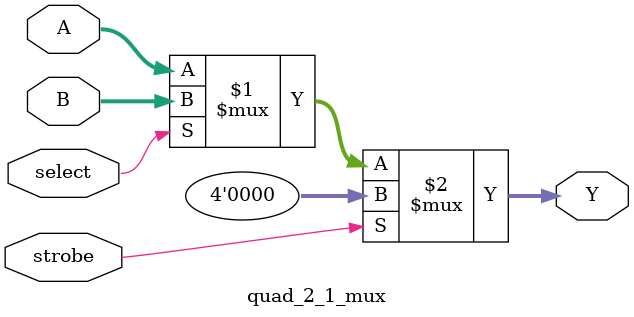
<source format=v>
/*
 * Copyright (c) 2024 WAT.ai Chip Team
 * SPDX-License-Identifier: Apache-2.0
 * Implements DM74LS157 4-bit 2-to-1 multiplexer
 */

module quad_2_1_mux (
    input wire strobe,          // Active low enable
    input wire select,          // connects out to B if 1, A if 0
    input wire [3:0] A,
    input wire [3:0] B,
    output wire [3:0] Y
);
  
  assign Y = strobe ? 4'b0000 : (select ? B : A);

endmodule
</source>
